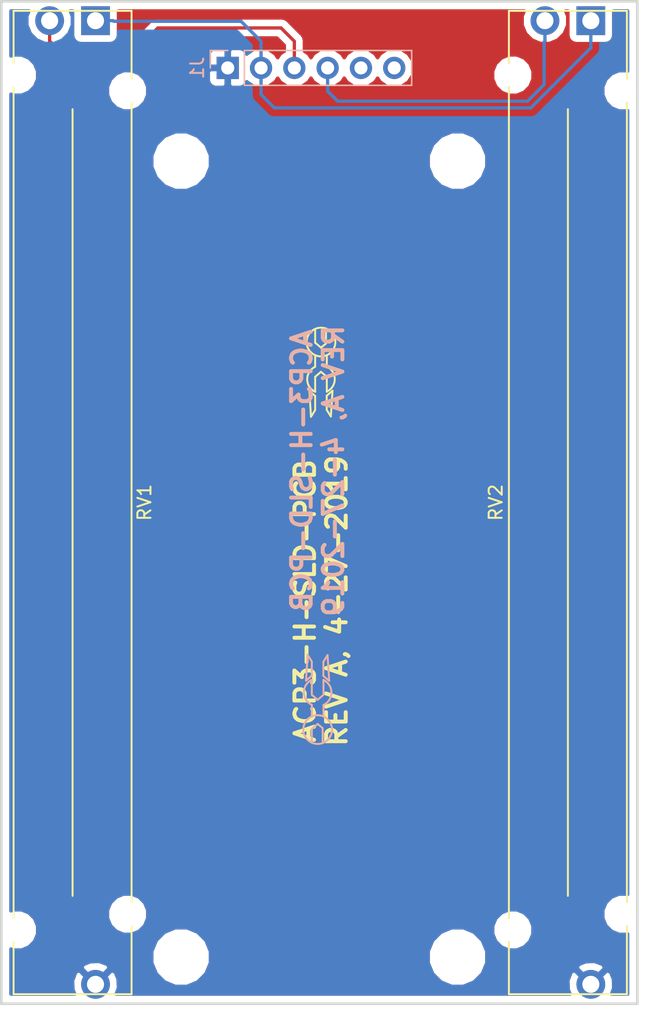
<source format=kicad_pcb>
(kicad_pcb (version 20171130) (host pcbnew "(5.0.0)")

  (general
    (thickness 1.6)
    (drawings 7)
    (tracks 24)
    (zones 0)
    (modules 9)
    (nets 7)
  )

  (page A4)
  (layers
    (0 F.Cu signal)
    (31 B.Cu signal)
    (32 B.Adhes user)
    (33 F.Adhes user)
    (34 B.Paste user)
    (35 F.Paste user)
    (36 B.SilkS user)
    (37 F.SilkS user)
    (38 B.Mask user)
    (39 F.Mask user)
    (40 Dwgs.User user)
    (41 Cmts.User user)
    (42 Eco1.User user)
    (43 Eco2.User user)
    (44 Edge.Cuts user)
    (45 Margin user)
    (46 B.CrtYd user)
    (47 F.CrtYd user)
    (48 B.Fab user)
    (49 F.Fab user)
  )

  (setup
    (last_trace_width 0.25)
    (trace_clearance 0.2)
    (zone_clearance 0.508)
    (zone_45_only no)
    (trace_min 0.2)
    (segment_width 0.2)
    (edge_width 0.1)
    (via_size 0.8)
    (via_drill 0.4)
    (via_min_size 0.4)
    (via_min_drill 0.3)
    (uvia_size 0.3)
    (uvia_drill 0.1)
    (uvias_allowed no)
    (uvia_min_size 0.2)
    (uvia_min_drill 0.1)
    (pcb_text_width 0.3)
    (pcb_text_size 1.5 1.5)
    (mod_edge_width 0.15)
    (mod_text_size 1 1)
    (mod_text_width 0.15)
    (pad_size 1.5 1.5)
    (pad_drill 0.6)
    (pad_to_mask_clearance 0.0508)
    (aux_axis_origin 0 0)
    (visible_elements FFFFFF7F)
    (pcbplotparams
      (layerselection 0x010fc_ffffffff)
      (usegerberextensions false)
      (usegerberattributes false)
      (usegerberadvancedattributes false)
      (creategerberjobfile false)
      (excludeedgelayer true)
      (linewidth 0.254000)
      (plotframeref false)
      (viasonmask false)
      (mode 1)
      (useauxorigin false)
      (hpglpennumber 1)
      (hpglpenspeed 20)
      (hpglpendiameter 15.000000)
      (psnegative false)
      (psa4output false)
      (plotreference true)
      (plotvalue true)
      (plotinvisibletext false)
      (padsonsilk false)
      (subtractmaskfromsilk false)
      (outputformat 1)
      (mirror false)
      (drillshape 1)
      (scaleselection 1)
      (outputdirectory ""))
  )

  (net 0 "")
  (net 1 GND)
  (net 2 VCC)
  (net 3 14)
  (net 4 15)
  (net 5 "Net-(J1-Pad5)")
  (net 6 "Net-(J1-Pad6)")

  (net_class Default "This is the default net class."
    (clearance 0.2)
    (trace_width 0.25)
    (via_dia 0.8)
    (via_drill 0.4)
    (uvia_dia 0.3)
    (uvia_drill 0.1)
    (add_net 14)
    (add_net 15)
    (add_net GND)
    (add_net "Net-(J1-Pad5)")
    (add_net "Net-(J1-Pad6)")
    (add_net VCC)
  )

  (module AOR_custom:AOR_LOGO (layer B.Cu) (tedit 5C26ADAA) (tstamp 5CC52060)
    (at 147.574 102.87 270)
    (fp_text reference G*** (at 0 0 270) (layer B.SilkS) hide
      (effects (font (size 1.524 1.524) (thickness 0.3)) (justify mirror))
    )
    (fp_text value AOR_LOGO (at 0.75 0 270) (layer B.SilkS) hide
      (effects (font (size 1.524 1.524) (thickness 0.3)) (justify mirror))
    )
    (fp_circle (center 2.205821 0) (end 3.285321 -0.1905) (layer B.SilkS) (width 0.15))
    (fp_arc (start -0.622642 0) (end -1.575141 -0.444499) (angle 128.4180553) (layer B.SilkS) (width 0.15))
    (fp_arc (start -0.635 0) (end -1.587499 0.444499) (angle -128.4180553) (layer B.SilkS) (width 0.15))
    (fp_line (start -1.5875 0.4445) (end -0.4445 0.4445) (layer B.SilkS) (width 0.15))
    (fp_line (start -0.4445 0.4445) (end -0.0635 0) (layer B.SilkS) (width 0.15))
    (fp_line (start -0.0635 0) (end -0.4445 -0.4445) (layer B.SilkS) (width 0.15))
    (fp_line (start -0.4445 -0.4445) (end -1.5875 -0.4445) (layer B.SilkS) (width 0.15))
    (fp_line (start 0.3175 0.4445) (end 1.2065 0.4445) (layer B.SilkS) (width 0.15))
    (fp_line (start 0.3175 -0.4445) (end 1.2065 -0.4445) (layer B.SilkS) (width 0.15))
    (fp_line (start 1.778 0) (end 2.159 0.4445) (layer B.SilkS) (width 0.15))
    (fp_line (start 2.159 0.4445) (end 3.175 0.4445) (layer B.SilkS) (width 0.15))
    (fp_line (start 1.778 0) (end 2.0955 -0.381) (layer B.SilkS) (width 0.15))
    (fp_line (start 2.0955 -0.381) (end 3.2385 -0.381) (layer B.SilkS) (width 0.15))
    (fp_line (start -1.905 0.4445) (end -2.9845 0.4445) (layer B.SilkS) (width 0.15))
    (fp_line (start -2.9845 0.4445) (end -3.4925 0.762) (layer B.SilkS) (width 0.15))
    (fp_line (start -3.4925 0.762) (end -1.524 0.889) (layer B.SilkS) (width 0.15))
    (fp_line (start -1.524 0.889) (end -1.905 0.4445) (layer B.SilkS) (width 0.15))
    (fp_line (start -1.505128 -0.88103) (end -1.886128 -0.43653) (layer B.SilkS) (width 0.15))
    (fp_line (start -1.886128 -0.43653) (end -2.965628 -0.43653) (layer B.SilkS) (width 0.15))
    (fp_line (start -3.473628 -0.75403) (end -1.505128 -0.88103) (layer B.SilkS) (width 0.15))
    (fp_line (start -2.965628 -0.43653) (end -3.473628 -0.75403) (layer B.SilkS) (width 0.15))
  )

  (module MountingHole:MountingHole_3.2mm_M3 (layer F.Cu) (tedit 5CC50387) (tstamp 5CC514A9)
    (at 158.242 122.428)
    (descr "Mounting Hole 3.2mm, no annular, M3")
    (tags "mounting hole 3.2mm no annular m3")
    (attr virtual)
    (fp_text reference "" (at 0 -4.2) (layer F.SilkS)
      (effects (font (size 1 1) (thickness 0.15)))
    )
    (fp_text value MountingHole_3.2mm_M3 (at 0 4.2) (layer F.Fab)
      (effects (font (size 1 1) (thickness 0.15)))
    )
    (fp_circle (center 0 0) (end 3.45 0) (layer F.CrtYd) (width 0.05))
    (fp_circle (center 0 0) (end 3.2 0) (layer Cmts.User) (width 0.15))
    (fp_text user %R (at 0.3 0) (layer F.Fab)
      (effects (font (size 1 1) (thickness 0.15)))
    )
    (pad 1 np_thru_hole circle (at 0 0) (size 3.2 3.2) (drill 3.2) (layers *.Cu *.Mask))
  )

  (module MountingHole:MountingHole_3.2mm_M3 (layer F.Cu) (tedit 5CC50387) (tstamp 5CC514A2)
    (at 137.16 122.428)
    (descr "Mounting Hole 3.2mm, no annular, M3")
    (tags "mounting hole 3.2mm no annular m3")
    (attr virtual)
    (fp_text reference "" (at 0 -4.2) (layer F.SilkS)
      (effects (font (size 1 1) (thickness 0.15)))
    )
    (fp_text value MountingHole_3.2mm_M3 (at 0 4.2) (layer F.Fab)
      (effects (font (size 1 1) (thickness 0.15)))
    )
    (fp_text user %R (at 0.3 0) (layer F.Fab)
      (effects (font (size 1 1) (thickness 0.15)))
    )
    (fp_circle (center 0 0) (end 3.2 0) (layer Cmts.User) (width 0.15))
    (fp_circle (center 0 0) (end 3.45 0) (layer F.CrtYd) (width 0.05))
    (pad 1 np_thru_hole circle (at 0 0) (size 3.2 3.2) (drill 3.2) (layers *.Cu *.Mask))
  )

  (module MountingHole:MountingHole_3.2mm_M3 (layer F.Cu) (tedit 5CC50387) (tstamp 5CC51493)
    (at 158.242 61.722)
    (descr "Mounting Hole 3.2mm, no annular, M3")
    (tags "mounting hole 3.2mm no annular m3")
    (attr virtual)
    (fp_text reference "" (at 0 -4.2) (layer F.SilkS)
      (effects (font (size 1 1) (thickness 0.15)))
    )
    (fp_text value MountingHole_3.2mm_M3 (at 0 4.2) (layer F.Fab)
      (effects (font (size 1 1) (thickness 0.15)))
    )
    (fp_text user %R (at 0.3 0) (layer F.Fab)
      (effects (font (size 1 1) (thickness 0.15)))
    )
    (fp_circle (center 0 0) (end 3.2 0) (layer Cmts.User) (width 0.15))
    (fp_circle (center 0 0) (end 3.45 0) (layer F.CrtYd) (width 0.05))
    (pad 1 np_thru_hole circle (at 0 0) (size 3.2 3.2) (drill 3.2) (layers *.Cu *.Mask))
  )

  (module Connector_PinHeader_2.54mm:PinHeader_1x06_P2.54mm_Vertical (layer B.Cu) (tedit 59FED5CC) (tstamp 5CC52197)
    (at 140.716 54.61 270)
    (descr "Through hole straight pin header, 1x06, 2.54mm pitch, single row")
    (tags "Through hole pin header THT 1x06 2.54mm single row")
    (path /5CBC140D)
    (fp_text reference J1 (at 0 2.33 270) (layer B.SilkS)
      (effects (font (size 1 1) (thickness 0.15)) (justify mirror))
    )
    (fp_text value Conn_01x06 (at 0 -15.03 270) (layer B.Fab)
      (effects (font (size 1 1) (thickness 0.15)) (justify mirror))
    )
    (fp_line (start -0.635 1.27) (end 1.27 1.27) (layer B.Fab) (width 0.1))
    (fp_line (start 1.27 1.27) (end 1.27 -13.97) (layer B.Fab) (width 0.1))
    (fp_line (start 1.27 -13.97) (end -1.27 -13.97) (layer B.Fab) (width 0.1))
    (fp_line (start -1.27 -13.97) (end -1.27 0.635) (layer B.Fab) (width 0.1))
    (fp_line (start -1.27 0.635) (end -0.635 1.27) (layer B.Fab) (width 0.1))
    (fp_line (start -1.33 -14.03) (end 1.33 -14.03) (layer B.SilkS) (width 0.12))
    (fp_line (start -1.33 -1.27) (end -1.33 -14.03) (layer B.SilkS) (width 0.12))
    (fp_line (start 1.33 -1.27) (end 1.33 -14.03) (layer B.SilkS) (width 0.12))
    (fp_line (start -1.33 -1.27) (end 1.33 -1.27) (layer B.SilkS) (width 0.12))
    (fp_line (start -1.33 0) (end -1.33 1.33) (layer B.SilkS) (width 0.12))
    (fp_line (start -1.33 1.33) (end 0 1.33) (layer B.SilkS) (width 0.12))
    (fp_line (start -1.8 1.8) (end -1.8 -14.5) (layer B.CrtYd) (width 0.05))
    (fp_line (start -1.8 -14.5) (end 1.8 -14.5) (layer B.CrtYd) (width 0.05))
    (fp_line (start 1.8 -14.5) (end 1.8 1.8) (layer B.CrtYd) (width 0.05))
    (fp_line (start 1.8 1.8) (end -1.8 1.8) (layer B.CrtYd) (width 0.05))
    (fp_text user %R (at 0 -6.35 180) (layer B.Fab)
      (effects (font (size 1 1) (thickness 0.15)) (justify mirror))
    )
    (pad 1 thru_hole rect (at 0 0 270) (size 1.7 1.7) (drill 1) (layers *.Cu *.Mask)
      (net 1 GND))
    (pad 2 thru_hole oval (at 0 -2.54 270) (size 1.7 1.7) (drill 1) (layers *.Cu *.Mask)
      (net 2 VCC))
    (pad 3 thru_hole oval (at 0 -5.08 270) (size 1.7 1.7) (drill 1) (layers *.Cu *.Mask)
      (net 3 14))
    (pad 4 thru_hole oval (at 0 -7.62 270) (size 1.7 1.7) (drill 1) (layers *.Cu *.Mask)
      (net 4 15))
    (pad 5 thru_hole oval (at 0 -10.16 270) (size 1.7 1.7) (drill 1) (layers *.Cu *.Mask)
      (net 5 "Net-(J1-Pad5)"))
    (pad 6 thru_hole oval (at 0 -12.7 270) (size 1.7 1.7) (drill 1) (layers *.Cu *.Mask)
      (net 6 "Net-(J1-Pad6)"))
    (model ${KISYS3DMOD}/Connector_PinHeader_2.54mm.3dshapes/PinHeader_1x06_P2.54mm_Vertical.wrl
      (at (xyz 0 0 0))
      (scale (xyz 1 1 1))
      (rotate (xyz 0 0 0))
    )
  )

  (module AOR_custom:PTA6043-2010CIB103 (layer F.Cu) (tedit 5C254BEA) (tstamp 5CC50C2F)
    (at 128.8796 87.757 270)
    (path /5CC506A9)
    (fp_text reference RV1 (at 0 -5.4864 270) (layer F.SilkS)
      (effects (font (size 1 1) (thickness 0.15)))
    )
    (fp_text value R_POT (at 0 -5.5 270) (layer F.Fab)
      (effects (font (size 1 1) (thickness 0.15)))
    )
    (fp_line (start -37.5 4.5) (end -37.5 -4.5) (layer F.SilkS) (width 0.15))
    (fp_line (start -37.5 -4.5) (end 37.5 -4.5) (layer F.SilkS) (width 0.15))
    (fp_line (start 37.5 -4.5) (end 37.5 4.5) (layer F.SilkS) (width 0.15))
    (fp_line (start 37.5 4.5) (end -37.5 4.5) (layer F.SilkS) (width 0.15))
    (fp_line (start -30 0) (end 30 0) (layer F.SilkS) (width 0.15))
    (pad "" np_thru_hole circle (at -31.4 -4.2 270) (size 1.8 1.8) (drill 1.8) (layers *.Cu *.Mask))
    (pad "" np_thru_hole circle (at 31.4 -4.2 270) (size 1.8 1.8) (drill 1.8) (layers *.Cu *.Mask))
    (pad "" np_thru_hole circle (at 32.6 4.2 270) (size 1.8 1.8) (drill 1.8) (layers *.Cu *.Mask))
    (pad "" np_thru_hole circle (at -32.6 4.2 270) (size 1.8 1.8) (drill 1.8) (layers *.Cu *.Mask))
    (pad 1 thru_hole rect (at -36.75 -1.75 270) (size 2.2 2.2) (drill 1.3) (layers *.Cu *.Mask)
      (net 2 VCC))
    (pad 2 thru_hole circle (at -36.75 1.75 270) (size 2.2 2.2) (drill 1.3) (layers *.Cu *.Mask)
      (net 3 14))
    (pad 3 thru_hole circle (at 36.75 -1.75 270) (size 2.2 2.2) (drill 1.3) (layers *.Cu *.Mask)
      (net 1 GND))
  )

  (module AOR_custom:PTA6043-2010CIB103 (layer F.Cu) (tedit 5C254BEA) (tstamp 5CC50B04)
    (at 166.6621 87.757 270)
    (path /5CC50754)
    (fp_text reference RV2 (at 0 5.5 270) (layer F.SilkS)
      (effects (font (size 1 1) (thickness 0.15)))
    )
    (fp_text value R_POT (at 0 -5.5 270) (layer F.Fab)
      (effects (font (size 1 1) (thickness 0.15)))
    )
    (fp_line (start -30 0) (end 30 0) (layer F.SilkS) (width 0.15))
    (fp_line (start 37.5 4.5) (end -37.5 4.5) (layer F.SilkS) (width 0.15))
    (fp_line (start 37.5 -4.5) (end 37.5 4.5) (layer F.SilkS) (width 0.15))
    (fp_line (start -37.5 -4.5) (end 37.5 -4.5) (layer F.SilkS) (width 0.15))
    (fp_line (start -37.5 4.5) (end -37.5 -4.5) (layer F.SilkS) (width 0.15))
    (pad 3 thru_hole circle (at 36.75 -1.75 270) (size 2.2 2.2) (drill 1.3) (layers *.Cu *.Mask)
      (net 1 GND))
    (pad 2 thru_hole circle (at -36.75 1.75 270) (size 2.2 2.2) (drill 1.3) (layers *.Cu *.Mask)
      (net 4 15))
    (pad 1 thru_hole rect (at -36.75 -1.75 270) (size 2.2 2.2) (drill 1.3) (layers *.Cu *.Mask)
      (net 2 VCC))
    (pad "" np_thru_hole circle (at -32.6 4.2 270) (size 1.8 1.8) (drill 1.8) (layers *.Cu *.Mask))
    (pad "" np_thru_hole circle (at 32.6 4.2 270) (size 1.8 1.8) (drill 1.8) (layers *.Cu *.Mask))
    (pad "" np_thru_hole circle (at 31.4 -4.2 270) (size 1.8 1.8) (drill 1.8) (layers *.Cu *.Mask))
    (pad "" np_thru_hole circle (at -31.4 -4.2 270) (size 1.8 1.8) (drill 1.8) (layers *.Cu *.Mask))
  )

  (module MountingHole:MountingHole_3.2mm_M3 (layer F.Cu) (tedit 5CC50387) (tstamp 5CC51488)
    (at 137.16 61.722)
    (descr "Mounting Hole 3.2mm, no annular, M3")
    (tags "mounting hole 3.2mm no annular m3")
    (attr virtual)
    (fp_text reference "" (at 0 -4.2) (layer F.SilkS)
      (effects (font (size 1 1) (thickness 0.15)))
    )
    (fp_text value MountingHole_3.2mm_M3 (at 0 4.2) (layer F.Fab)
      (effects (font (size 1 1) (thickness 0.15)))
    )
    (fp_circle (center 0 0) (end 3.45 0) (layer F.CrtYd) (width 0.05))
    (fp_circle (center 0 0) (end 3.2 0) (layer Cmts.User) (width 0.15))
    (fp_text user %R (at 0.3 0) (layer F.Fab)
      (effects (font (size 1 1) (thickness 0.15)))
    )
    (pad 1 np_thru_hole circle (at 0 0) (size 3.2 3.2) (drill 3.2) (layers *.Cu *.Mask))
  )

  (module AOR_custom:AOR_LOGO (layer F.Cu) (tedit 5C26ADAA) (tstamp 5CC5205E)
    (at 147.828 77.724 90)
    (fp_text reference G*** (at 0 0 90) (layer F.SilkS) hide
      (effects (font (size 1.524 1.524) (thickness 0.3)))
    )
    (fp_text value AOR_LOGO (at 0.75 0 90) (layer F.SilkS) hide
      (effects (font (size 1.524 1.524) (thickness 0.3)))
    )
    (fp_line (start -2.965628 0.43653) (end -3.473628 0.75403) (layer F.SilkS) (width 0.15))
    (fp_line (start -3.473628 0.75403) (end -1.505128 0.88103) (layer F.SilkS) (width 0.15))
    (fp_line (start -1.886128 0.43653) (end -2.965628 0.43653) (layer F.SilkS) (width 0.15))
    (fp_line (start -1.505128 0.88103) (end -1.886128 0.43653) (layer F.SilkS) (width 0.15))
    (fp_line (start -1.524 -0.889) (end -1.905 -0.4445) (layer F.SilkS) (width 0.15))
    (fp_line (start -3.4925 -0.762) (end -1.524 -0.889) (layer F.SilkS) (width 0.15))
    (fp_line (start -2.9845 -0.4445) (end -3.4925 -0.762) (layer F.SilkS) (width 0.15))
    (fp_line (start -1.905 -0.4445) (end -2.9845 -0.4445) (layer F.SilkS) (width 0.15))
    (fp_line (start 2.0955 0.381) (end 3.2385 0.381) (layer F.SilkS) (width 0.15))
    (fp_line (start 1.778 0) (end 2.0955 0.381) (layer F.SilkS) (width 0.15))
    (fp_line (start 2.159 -0.4445) (end 3.175 -0.4445) (layer F.SilkS) (width 0.15))
    (fp_line (start 1.778 0) (end 2.159 -0.4445) (layer F.SilkS) (width 0.15))
    (fp_line (start 0.3175 0.4445) (end 1.2065 0.4445) (layer F.SilkS) (width 0.15))
    (fp_line (start 0.3175 -0.4445) (end 1.2065 -0.4445) (layer F.SilkS) (width 0.15))
    (fp_line (start -0.4445 0.4445) (end -1.5875 0.4445) (layer F.SilkS) (width 0.15))
    (fp_line (start -0.0635 0) (end -0.4445 0.4445) (layer F.SilkS) (width 0.15))
    (fp_line (start -0.4445 -0.4445) (end -0.0635 0) (layer F.SilkS) (width 0.15))
    (fp_line (start -1.5875 -0.4445) (end -0.4445 -0.4445) (layer F.SilkS) (width 0.15))
    (fp_arc (start -0.635 0) (end -1.587499 -0.444499) (angle 128.4180553) (layer F.SilkS) (width 0.15))
    (fp_arc (start -0.622642 0) (end -1.575141 0.444499) (angle -128.4180553) (layer F.SilkS) (width 0.15))
    (fp_circle (center 2.205821 0) (end 3.285321 0.1905) (layer F.SilkS) (width 0.15))
  )

  (gr_line (start 171.958 49.53) (end 123.444 49.53) (layer Edge.Cuts) (width 0.2))
  (gr_text "ACP3-H-SLD-PCB\nREV A, 4-27-2019" (at 147.574 85.344 90) (layer B.SilkS) (tstamp 5CC52078)
    (effects (font (size 1.5 1.5) (thickness 0.3)) (justify mirror))
  )
  (gr_text "ACP3-H-SLD-PCB\nREV A, 4-27-2019" (at 147.828 95.25 90) (layer F.SilkS)
    (effects (font (size 1.5 1.5) (thickness 0.3)))
  )
  (gr_line (start 171.958 125.984) (end 171.958 49.53) (layer Edge.Cuts) (width 0.2))
  (gr_line (start 123.444 125.984) (end 171.958 125.984) (layer Edge.Cuts) (width 0.2))
  (gr_line (start 123.444 125.73) (end 123.444 125.984) (layer Edge.Cuts) (width 0.2))
  (gr_line (start 123.444 49.53) (end 123.444 125.73) (layer Edge.Cuts) (width 0.2))

  (segment (start 168.4121 53.0759) (end 163.83 57.658) (width 0.25) (layer B.Cu) (net 2))
  (segment (start 168.4121 51.007) (end 168.4121 53.0759) (width 0.25) (layer B.Cu) (net 2))
  (segment (start 132.0266 51.054) (end 141.732 51.054) (width 0.25) (layer B.Cu) (net 2))
  (segment (start 141.732 51.054) (end 143.256 52.578) (width 0.25) (layer B.Cu) (net 2))
  (segment (start 130.6296 51.007) (end 131.9796 51.007) (width 0.25) (layer B.Cu) (net 2))
  (segment (start 131.9796 51.007) (end 132.0266 51.054) (width 0.25) (layer B.Cu) (net 2))
  (segment (start 143.256 52.578) (end 143.256 54.61) (width 0.25) (layer B.Cu) (net 2))
  (segment (start 143.256 56.642) (end 143.256 54.61) (width 0.25) (layer B.Cu) (net 2))
  (segment (start 163.83 57.658) (end 144.272 57.658) (width 0.25) (layer B.Cu) (net 2))
  (segment (start 144.272 57.658) (end 143.256 56.642) (width 0.25) (layer B.Cu) (net 2))
  (segment (start 145.796 52.578) (end 145.796 54.61) (width 0.25) (layer F.Cu) (net 3))
  (segment (start 135.382 51.562) (end 144.78 51.562) (width 0.25) (layer F.Cu) (net 3))
  (segment (start 127.1296 51.007) (end 127.1296 52.562634) (width 0.25) (layer F.Cu) (net 3))
  (segment (start 132.842 54.102) (end 135.382 51.562) (width 0.25) (layer F.Cu) (net 3))
  (segment (start 144.78 51.562) (end 145.796 52.578) (width 0.25) (layer F.Cu) (net 3))
  (segment (start 127.1296 52.562634) (end 128.668966 54.102) (width 0.25) (layer F.Cu) (net 3))
  (segment (start 128.668966 54.102) (end 132.842 54.102) (width 0.25) (layer F.Cu) (net 3))
  (segment (start 164.9121 51.007) (end 164.9121 52.562634) (width 0.25) (layer B.Cu) (net 4))
  (segment (start 164.9121 52.562634) (end 164.846 52.628734) (width 0.25) (layer B.Cu) (net 4))
  (segment (start 164.846 52.628734) (end 164.846 55.88) (width 0.25) (layer B.Cu) (net 4))
  (segment (start 164.846 55.88) (end 163.576 57.15) (width 0.25) (layer B.Cu) (net 4))
  (segment (start 148.336 56.388) (end 148.336 54.61) (width 0.25) (layer B.Cu) (net 4))
  (segment (start 163.576 57.15) (end 149.098 57.15) (width 0.25) (layer B.Cu) (net 4))
  (segment (start 149.098 57.15) (end 148.336 56.388) (width 0.25) (layer B.Cu) (net 4))

  (zone (net 1) (net_name GND) (layer F.Cu) (tstamp 5CC522A0) (hatch edge 0.508)
    (connect_pads (clearance 0.508))
    (min_thickness 0.254)
    (fill yes (arc_segments 16) (thermal_gap 0.508) (thermal_bridge_width 0.508))
    (polygon
      (pts
        (xy 123.444 49.53) (xy 171.958 49.784) (xy 171.958 125.984) (xy 123.444 125.984)
      )
    )
    (filled_polygon
      (pts
        (xy 125.3946 50.661887) (xy 125.3946 51.352113) (xy 125.658738 51.989799) (xy 126.146801 52.477862) (xy 126.355004 52.564102)
        (xy 126.369601 52.637486) (xy 126.413697 52.859171) (xy 126.581672 53.110563) (xy 126.645128 53.152963) (xy 128.078637 54.586473)
        (xy 128.121037 54.649929) (xy 128.372429 54.817904) (xy 128.594114 54.862) (xy 128.594118 54.862) (xy 128.668965 54.876888)
        (xy 128.743812 54.862) (xy 132.677702 54.862) (xy 132.210093 55.05569) (xy 131.77829 55.487493) (xy 131.5446 56.05167)
        (xy 131.5446 56.66233) (xy 131.77829 57.226507) (xy 132.210093 57.65831) (xy 132.77427 57.892) (xy 133.38493 57.892)
        (xy 133.949107 57.65831) (xy 134.38091 57.226507) (xy 134.6146 56.66233) (xy 134.6146 56.05167) (xy 134.38091 55.487493)
        (xy 133.949107 55.05569) (xy 133.562979 54.89575) (xy 139.231 54.89575) (xy 139.231 55.586309) (xy 139.327673 55.819698)
        (xy 139.506301 55.998327) (xy 139.73969 56.095) (xy 140.43025 56.095) (xy 140.589 55.93625) (xy 140.589 54.737)
        (xy 139.38975 54.737) (xy 139.231 54.89575) (xy 133.562979 54.89575) (xy 133.38493 54.822) (xy 133.117945 54.822)
        (xy 133.138537 54.817904) (xy 133.389929 54.649929) (xy 133.432331 54.58647) (xy 134.38511 53.633691) (xy 139.231 53.633691)
        (xy 139.231 54.32425) (xy 139.38975 54.483) (xy 140.589 54.483) (xy 140.589 53.28375) (xy 140.43025 53.125)
        (xy 139.73969 53.125) (xy 139.506301 53.221673) (xy 139.327673 53.400302) (xy 139.231 53.633691) (xy 134.38511 53.633691)
        (xy 135.696803 52.322) (xy 144.465199 52.322) (xy 145.036 52.892802) (xy 145.036 53.331822) (xy 144.725375 53.539375)
        (xy 144.526 53.837761) (xy 144.326625 53.539375) (xy 143.835418 53.211161) (xy 143.402256 53.125) (xy 143.109744 53.125)
        (xy 142.676582 53.211161) (xy 142.185375 53.539375) (xy 142.170904 53.561033) (xy 142.104327 53.400302) (xy 141.925699 53.221673)
        (xy 141.69231 53.125) (xy 141.00175 53.125) (xy 140.843 53.28375) (xy 140.843 54.483) (xy 140.863 54.483)
        (xy 140.863 54.737) (xy 140.843 54.737) (xy 140.843 55.93625) (xy 141.00175 56.095) (xy 141.69231 56.095)
        (xy 141.925699 55.998327) (xy 142.104327 55.819698) (xy 142.170904 55.658967) (xy 142.185375 55.680625) (xy 142.676582 56.008839)
        (xy 143.109744 56.095) (xy 143.402256 56.095) (xy 143.835418 56.008839) (xy 144.326625 55.680625) (xy 144.526 55.382239)
        (xy 144.725375 55.680625) (xy 145.216582 56.008839) (xy 145.649744 56.095) (xy 145.942256 56.095) (xy 146.375418 56.008839)
        (xy 146.866625 55.680625) (xy 147.066 55.382239) (xy 147.265375 55.680625) (xy 147.756582 56.008839) (xy 148.189744 56.095)
        (xy 148.482256 56.095) (xy 148.915418 56.008839) (xy 149.406625 55.680625) (xy 149.606 55.382239) (xy 149.805375 55.680625)
        (xy 150.296582 56.008839) (xy 150.729744 56.095) (xy 151.022256 56.095) (xy 151.455418 56.008839) (xy 151.946625 55.680625)
        (xy 152.146 55.382239) (xy 152.345375 55.680625) (xy 152.836582 56.008839) (xy 153.269744 56.095) (xy 153.562256 56.095)
        (xy 153.995418 56.008839) (xy 154.486625 55.680625) (xy 154.814839 55.189418) (xy 154.882021 54.85167) (xy 160.9271 54.85167)
        (xy 160.9271 55.46233) (xy 161.16079 56.026507) (xy 161.592593 56.45831) (xy 162.15677 56.692) (xy 162.76743 56.692)
        (xy 163.331607 56.45831) (xy 163.76341 56.026507) (xy 163.9971 55.46233) (xy 163.9971 54.85167) (xy 163.76341 54.287493)
        (xy 163.331607 53.85569) (xy 162.76743 53.622) (xy 162.15677 53.622) (xy 161.592593 53.85569) (xy 161.16079 54.287493)
        (xy 160.9271 54.85167) (xy 154.882021 54.85167) (xy 154.930092 54.61) (xy 154.814839 54.030582) (xy 154.486625 53.539375)
        (xy 153.995418 53.211161) (xy 153.562256 53.125) (xy 153.269744 53.125) (xy 152.836582 53.211161) (xy 152.345375 53.539375)
        (xy 152.146 53.837761) (xy 151.946625 53.539375) (xy 151.455418 53.211161) (xy 151.022256 53.125) (xy 150.729744 53.125)
        (xy 150.296582 53.211161) (xy 149.805375 53.539375) (xy 149.606 53.837761) (xy 149.406625 53.539375) (xy 148.915418 53.211161)
        (xy 148.482256 53.125) (xy 148.189744 53.125) (xy 147.756582 53.211161) (xy 147.265375 53.539375) (xy 147.066 53.837761)
        (xy 146.866625 53.539375) (xy 146.556 53.331822) (xy 146.556 52.652847) (xy 146.570888 52.578) (xy 146.556 52.503153)
        (xy 146.556 52.503148) (xy 146.511904 52.281463) (xy 146.343929 52.030071) (xy 146.280473 51.987671) (xy 145.370331 51.07753)
        (xy 145.327929 51.014071) (xy 145.076537 50.846096) (xy 144.854852 50.802) (xy 144.854847 50.802) (xy 144.78 50.787112)
        (xy 144.705153 50.802) (xy 135.456846 50.802) (xy 135.381999 50.787112) (xy 135.307152 50.802) (xy 135.307148 50.802)
        (xy 135.085463 50.846096) (xy 135.085461 50.846097) (xy 135.085462 50.846097) (xy 134.897526 50.971671) (xy 134.897524 50.971673)
        (xy 134.834071 51.014071) (xy 134.791673 51.077524) (xy 132.527199 53.342) (xy 128.983768 53.342) (xy 128.116014 52.474247)
        (xy 128.600462 51.989799) (xy 128.8646 51.352113) (xy 128.8646 50.661887) (xy 128.700204 50.265) (xy 128.88216 50.265)
        (xy 128.88216 52.107) (xy 128.931443 52.354765) (xy 129.071791 52.564809) (xy 129.281835 52.705157) (xy 129.5296 52.75444)
        (xy 131.7296 52.75444) (xy 131.977365 52.705157) (xy 132.187409 52.564809) (xy 132.327757 52.354765) (xy 132.37704 52.107)
        (xy 132.37704 50.265) (xy 163.341496 50.265) (xy 163.1771 50.661887) (xy 163.1771 51.352113) (xy 163.441238 51.989799)
        (xy 163.929301 52.477862) (xy 164.566987 52.742) (xy 165.257213 52.742) (xy 165.894899 52.477862) (xy 166.382962 51.989799)
        (xy 166.6471 51.352113) (xy 166.6471 50.661887) (xy 166.482704 50.265) (xy 166.66466 50.265) (xy 166.66466 52.107)
        (xy 166.713943 52.354765) (xy 166.854291 52.564809) (xy 167.064335 52.705157) (xy 167.3121 52.75444) (xy 169.5121 52.75444)
        (xy 169.759865 52.705157) (xy 169.969909 52.564809) (xy 170.110257 52.354765) (xy 170.15954 52.107) (xy 170.15954 50.265)
        (xy 171.223001 50.265) (xy 171.223001 54.845018) (xy 171.16743 54.822) (xy 170.55677 54.822) (xy 169.992593 55.05569)
        (xy 169.56079 55.487493) (xy 169.3271 56.05167) (xy 169.3271 56.66233) (xy 169.56079 57.226507) (xy 169.992593 57.65831)
        (xy 170.55677 57.892) (xy 171.16743 57.892) (xy 171.223001 57.868982) (xy 171.223 117.645018) (xy 171.16743 117.622)
        (xy 170.55677 117.622) (xy 169.992593 117.85569) (xy 169.56079 118.287493) (xy 169.3271 118.85167) (xy 169.3271 119.46233)
        (xy 169.56079 120.026507) (xy 169.992593 120.45831) (xy 170.55677 120.692) (xy 171.16743 120.692) (xy 171.223 120.668982)
        (xy 171.223 125.249) (xy 169.986629 125.249) (xy 170.157423 124.795407) (xy 170.134936 124.105547) (xy 169.914199 123.572641)
        (xy 169.636968 123.461737) (xy 168.591705 124.507) (xy 168.605848 124.521143) (xy 168.426243 124.700748) (xy 168.4121 124.686605)
        (xy 168.397958 124.700748) (xy 168.218353 124.521143) (xy 168.232495 124.507) (xy 167.187232 123.461737) (xy 166.910001 123.572641)
        (xy 166.666777 124.218593) (xy 166.689264 124.908453) (xy 166.830323 125.249) (xy 132.204129 125.249) (xy 132.374923 124.795407)
        (xy 132.352436 124.105547) (xy 132.131699 123.572641) (xy 131.854468 123.461737) (xy 130.809205 124.507) (xy 130.823348 124.521143)
        (xy 130.643743 124.700748) (xy 130.6296 124.686605) (xy 130.615458 124.700748) (xy 130.435853 124.521143) (xy 130.449995 124.507)
        (xy 129.404732 123.461737) (xy 129.127501 123.572641) (xy 128.884277 124.218593) (xy 128.906764 124.908453) (xy 129.047823 125.249)
        (xy 124.179 125.249) (xy 124.179 123.282132) (xy 129.584337 123.282132) (xy 130.6296 124.327395) (xy 131.674863 123.282132)
        (xy 131.563959 123.004901) (xy 130.918007 122.761677) (xy 130.228147 122.784164) (xy 129.695241 123.004901) (xy 129.584337 123.282132)
        (xy 124.179 123.282132) (xy 124.179 121.983431) (xy 134.925 121.983431) (xy 134.925 122.872569) (xy 135.265259 123.694026)
        (xy 135.893974 124.322741) (xy 136.715431 124.663) (xy 137.604569 124.663) (xy 138.426026 124.322741) (xy 139.054741 123.694026)
        (xy 139.395 122.872569) (xy 139.395 121.983431) (xy 156.007 121.983431) (xy 156.007 122.872569) (xy 156.347259 123.694026)
        (xy 156.975974 124.322741) (xy 157.797431 124.663) (xy 158.686569 124.663) (xy 159.508026 124.322741) (xy 160.136741 123.694026)
        (xy 160.307353 123.282132) (xy 167.366837 123.282132) (xy 168.4121 124.327395) (xy 169.457363 123.282132) (xy 169.346459 123.004901)
        (xy 168.700507 122.761677) (xy 168.010647 122.784164) (xy 167.477741 123.004901) (xy 167.366837 123.282132) (xy 160.307353 123.282132)
        (xy 160.477 122.872569) (xy 160.477 121.983431) (xy 160.136741 121.161974) (xy 159.508026 120.533259) (xy 158.686569 120.193)
        (xy 157.797431 120.193) (xy 156.975974 120.533259) (xy 156.347259 121.161974) (xy 156.007 121.983431) (xy 139.395 121.983431)
        (xy 139.054741 121.161974) (xy 138.426026 120.533259) (xy 137.604569 120.193) (xy 136.715431 120.193) (xy 135.893974 120.533259)
        (xy 135.265259 121.161974) (xy 134.925 121.983431) (xy 124.179 121.983431) (xy 124.179 121.811116) (xy 124.37427 121.892)
        (xy 124.98493 121.892) (xy 125.549107 121.65831) (xy 125.98091 121.226507) (xy 126.2146 120.66233) (xy 126.2146 120.05167)
        (xy 125.98091 119.487493) (xy 125.549107 119.05569) (xy 125.05656 118.85167) (xy 131.5446 118.85167) (xy 131.5446 119.46233)
        (xy 131.77829 120.026507) (xy 132.210093 120.45831) (xy 132.77427 120.692) (xy 133.38493 120.692) (xy 133.949107 120.45831)
        (xy 134.355747 120.05167) (xy 160.9271 120.05167) (xy 160.9271 120.66233) (xy 161.16079 121.226507) (xy 161.592593 121.65831)
        (xy 162.15677 121.892) (xy 162.76743 121.892) (xy 163.331607 121.65831) (xy 163.76341 121.226507) (xy 163.9971 120.66233)
        (xy 163.9971 120.05167) (xy 163.76341 119.487493) (xy 163.331607 119.05569) (xy 162.76743 118.822) (xy 162.15677 118.822)
        (xy 161.592593 119.05569) (xy 161.16079 119.487493) (xy 160.9271 120.05167) (xy 134.355747 120.05167) (xy 134.38091 120.026507)
        (xy 134.6146 119.46233) (xy 134.6146 118.85167) (xy 134.38091 118.287493) (xy 133.949107 117.85569) (xy 133.38493 117.622)
        (xy 132.77427 117.622) (xy 132.210093 117.85569) (xy 131.77829 118.287493) (xy 131.5446 118.85167) (xy 125.05656 118.85167)
        (xy 124.98493 118.822) (xy 124.37427 118.822) (xy 124.179 118.902884) (xy 124.179 61.277431) (xy 134.925 61.277431)
        (xy 134.925 62.166569) (xy 135.265259 62.988026) (xy 135.893974 63.616741) (xy 136.715431 63.957) (xy 137.604569 63.957)
        (xy 138.426026 63.616741) (xy 139.054741 62.988026) (xy 139.395 62.166569) (xy 139.395 61.277431) (xy 156.007 61.277431)
        (xy 156.007 62.166569) (xy 156.347259 62.988026) (xy 156.975974 63.616741) (xy 157.797431 63.957) (xy 158.686569 63.957)
        (xy 159.508026 63.616741) (xy 160.136741 62.988026) (xy 160.477 62.166569) (xy 160.477 61.277431) (xy 160.136741 60.455974)
        (xy 159.508026 59.827259) (xy 158.686569 59.487) (xy 157.797431 59.487) (xy 156.975974 59.827259) (xy 156.347259 60.455974)
        (xy 156.007 61.277431) (xy 139.395 61.277431) (xy 139.054741 60.455974) (xy 138.426026 59.827259) (xy 137.604569 59.487)
        (xy 136.715431 59.487) (xy 135.893974 59.827259) (xy 135.265259 60.455974) (xy 134.925 61.277431) (xy 124.179 61.277431)
        (xy 124.179 56.611116) (xy 124.37427 56.692) (xy 124.98493 56.692) (xy 125.549107 56.45831) (xy 125.98091 56.026507)
        (xy 126.2146 55.46233) (xy 126.2146 54.85167) (xy 125.98091 54.287493) (xy 125.549107 53.85569) (xy 124.98493 53.622)
        (xy 124.37427 53.622) (xy 124.179 53.702884) (xy 124.179 50.265) (xy 125.558996 50.265)
      )
    )
  )
  (zone (net 1) (net_name GND) (layer B.Cu) (tstamp 5CC5229D) (hatch edge 0.508)
    (connect_pads (clearance 0.508))
    (min_thickness 0.254)
    (fill yes (arc_segments 16) (thermal_gap 0.508) (thermal_bridge_width 0.508))
    (polygon
      (pts
        (xy 123.444 49.53) (xy 171.958 49.53) (xy 171.958 125.984) (xy 123.444 125.984)
      )
    )
    (filled_polygon
      (pts
        (xy 125.3946 50.661887) (xy 125.3946 51.352113) (xy 125.658738 51.989799) (xy 126.146801 52.477862) (xy 126.784487 52.742)
        (xy 127.474713 52.742) (xy 128.112399 52.477862) (xy 128.600462 51.989799) (xy 128.8646 51.352113) (xy 128.8646 50.661887)
        (xy 128.700204 50.265) (xy 128.88216 50.265) (xy 128.88216 52.107) (xy 128.931443 52.354765) (xy 129.071791 52.564809)
        (xy 129.281835 52.705157) (xy 129.5296 52.75444) (xy 131.7296 52.75444) (xy 131.977365 52.705157) (xy 132.187409 52.564809)
        (xy 132.327757 52.354765) (xy 132.37704 52.107) (xy 132.37704 51.814) (xy 141.417199 51.814) (xy 142.496 52.892803)
        (xy 142.496 53.331822) (xy 142.185375 53.539375) (xy 142.170904 53.561033) (xy 142.104327 53.400302) (xy 141.925699 53.221673)
        (xy 141.69231 53.125) (xy 141.00175 53.125) (xy 140.843 53.28375) (xy 140.843 54.483) (xy 140.863 54.483)
        (xy 140.863 54.737) (xy 140.843 54.737) (xy 140.843 55.93625) (xy 141.00175 56.095) (xy 141.69231 56.095)
        (xy 141.925699 55.998327) (xy 142.104327 55.819698) (xy 142.170904 55.658967) (xy 142.185375 55.680625) (xy 142.496 55.888178)
        (xy 142.496 56.567153) (xy 142.481112 56.642) (xy 142.496 56.716847) (xy 142.496 56.716851) (xy 142.540096 56.938536)
        (xy 142.708071 57.189929) (xy 142.77153 57.232331) (xy 143.681671 58.142473) (xy 143.724071 58.205929) (xy 143.975463 58.373904)
        (xy 144.197148 58.418) (xy 144.197153 58.418) (xy 144.272 58.432888) (xy 144.346847 58.418) (xy 163.755153 58.418)
        (xy 163.83 58.432888) (xy 163.904847 58.418) (xy 163.904852 58.418) (xy 164.126537 58.373904) (xy 164.377929 58.205929)
        (xy 164.420331 58.14247) (xy 168.896573 53.666229) (xy 168.960029 53.623829) (xy 169.128004 53.372437) (xy 169.1721 53.150752)
        (xy 169.1721 53.150747) (xy 169.186988 53.0759) (xy 169.1721 53.001053) (xy 169.1721 52.75444) (xy 169.5121 52.75444)
        (xy 169.759865 52.705157) (xy 169.969909 52.564809) (xy 170.110257 52.354765) (xy 170.15954 52.107) (xy 170.15954 50.265)
        (xy 171.223001 50.265) (xy 171.223001 54.845018) (xy 171.16743 54.822) (xy 170.55677 54.822) (xy 169.992593 55.05569)
        (xy 169.56079 55.487493) (xy 169.3271 56.05167) (xy 169.3271 56.66233) (xy 169.56079 57.226507) (xy 169.992593 57.65831)
        (xy 170.55677 57.892) (xy 171.16743 57.892) (xy 171.223001 57.868982) (xy 171.223 117.645018) (xy 171.16743 117.622)
        (xy 170.55677 117.622) (xy 169.992593 117.85569) (xy 169.56079 118.287493) (xy 169.3271 118.85167) (xy 169.3271 119.46233)
        (xy 169.56079 120.026507) (xy 169.992593 120.45831) (xy 170.55677 120.692) (xy 171.16743 120.692) (xy 171.223 120.668982)
        (xy 171.223 125.249) (xy 169.986629 125.249) (xy 170.157423 124.795407) (xy 170.134936 124.105547) (xy 169.914199 123.572641)
        (xy 169.636968 123.461737) (xy 168.591705 124.507) (xy 168.605848 124.521143) (xy 168.426243 124.700748) (xy 168.4121 124.686605)
        (xy 168.397958 124.700748) (xy 168.218353 124.521143) (xy 168.232495 124.507) (xy 167.187232 123.461737) (xy 166.910001 123.572641)
        (xy 166.666777 124.218593) (xy 166.689264 124.908453) (xy 166.830323 125.249) (xy 132.204129 125.249) (xy 132.374923 124.795407)
        (xy 132.352436 124.105547) (xy 132.131699 123.572641) (xy 131.854468 123.461737) (xy 130.809205 124.507) (xy 130.823348 124.521143)
        (xy 130.643743 124.700748) (xy 130.6296 124.686605) (xy 130.615458 124.700748) (xy 130.435853 124.521143) (xy 130.449995 124.507)
        (xy 129.404732 123.461737) (xy 129.127501 123.572641) (xy 128.884277 124.218593) (xy 128.906764 124.908453) (xy 129.047823 125.249)
        (xy 124.179 125.249) (xy 124.179 123.282132) (xy 129.584337 123.282132) (xy 130.6296 124.327395) (xy 131.674863 123.282132)
        (xy 131.563959 123.004901) (xy 130.918007 122.761677) (xy 130.228147 122.784164) (xy 129.695241 123.004901) (xy 129.584337 123.282132)
        (xy 124.179 123.282132) (xy 124.179 121.983431) (xy 134.925 121.983431) (xy 134.925 122.872569) (xy 135.265259 123.694026)
        (xy 135.893974 124.322741) (xy 136.715431 124.663) (xy 137.604569 124.663) (xy 138.426026 124.322741) (xy 139.054741 123.694026)
        (xy 139.395 122.872569) (xy 139.395 121.983431) (xy 156.007 121.983431) (xy 156.007 122.872569) (xy 156.347259 123.694026)
        (xy 156.975974 124.322741) (xy 157.797431 124.663) (xy 158.686569 124.663) (xy 159.508026 124.322741) (xy 160.136741 123.694026)
        (xy 160.307353 123.282132) (xy 167.366837 123.282132) (xy 168.4121 124.327395) (xy 169.457363 123.282132) (xy 169.346459 123.004901)
        (xy 168.700507 122.761677) (xy 168.010647 122.784164) (xy 167.477741 123.004901) (xy 167.366837 123.282132) (xy 160.307353 123.282132)
        (xy 160.477 122.872569) (xy 160.477 121.983431) (xy 160.136741 121.161974) (xy 159.508026 120.533259) (xy 158.686569 120.193)
        (xy 157.797431 120.193) (xy 156.975974 120.533259) (xy 156.347259 121.161974) (xy 156.007 121.983431) (xy 139.395 121.983431)
        (xy 139.054741 121.161974) (xy 138.426026 120.533259) (xy 137.604569 120.193) (xy 136.715431 120.193) (xy 135.893974 120.533259)
        (xy 135.265259 121.161974) (xy 134.925 121.983431) (xy 124.179 121.983431) (xy 124.179 121.811116) (xy 124.37427 121.892)
        (xy 124.98493 121.892) (xy 125.549107 121.65831) (xy 125.98091 121.226507) (xy 126.2146 120.66233) (xy 126.2146 120.05167)
        (xy 125.98091 119.487493) (xy 125.549107 119.05569) (xy 125.05656 118.85167) (xy 131.5446 118.85167) (xy 131.5446 119.46233)
        (xy 131.77829 120.026507) (xy 132.210093 120.45831) (xy 132.77427 120.692) (xy 133.38493 120.692) (xy 133.949107 120.45831)
        (xy 134.355747 120.05167) (xy 160.9271 120.05167) (xy 160.9271 120.66233) (xy 161.16079 121.226507) (xy 161.592593 121.65831)
        (xy 162.15677 121.892) (xy 162.76743 121.892) (xy 163.331607 121.65831) (xy 163.76341 121.226507) (xy 163.9971 120.66233)
        (xy 163.9971 120.05167) (xy 163.76341 119.487493) (xy 163.331607 119.05569) (xy 162.76743 118.822) (xy 162.15677 118.822)
        (xy 161.592593 119.05569) (xy 161.16079 119.487493) (xy 160.9271 120.05167) (xy 134.355747 120.05167) (xy 134.38091 120.026507)
        (xy 134.6146 119.46233) (xy 134.6146 118.85167) (xy 134.38091 118.287493) (xy 133.949107 117.85569) (xy 133.38493 117.622)
        (xy 132.77427 117.622) (xy 132.210093 117.85569) (xy 131.77829 118.287493) (xy 131.5446 118.85167) (xy 125.05656 118.85167)
        (xy 124.98493 118.822) (xy 124.37427 118.822) (xy 124.179 118.902884) (xy 124.179 61.277431) (xy 134.925 61.277431)
        (xy 134.925 62.166569) (xy 135.265259 62.988026) (xy 135.893974 63.616741) (xy 136.715431 63.957) (xy 137.604569 63.957)
        (xy 138.426026 63.616741) (xy 139.054741 62.988026) (xy 139.395 62.166569) (xy 139.395 61.277431) (xy 156.007 61.277431)
        (xy 156.007 62.166569) (xy 156.347259 62.988026) (xy 156.975974 63.616741) (xy 157.797431 63.957) (xy 158.686569 63.957)
        (xy 159.508026 63.616741) (xy 160.136741 62.988026) (xy 160.477 62.166569) (xy 160.477 61.277431) (xy 160.136741 60.455974)
        (xy 159.508026 59.827259) (xy 158.686569 59.487) (xy 157.797431 59.487) (xy 156.975974 59.827259) (xy 156.347259 60.455974)
        (xy 156.007 61.277431) (xy 139.395 61.277431) (xy 139.054741 60.455974) (xy 138.426026 59.827259) (xy 137.604569 59.487)
        (xy 136.715431 59.487) (xy 135.893974 59.827259) (xy 135.265259 60.455974) (xy 134.925 61.277431) (xy 124.179 61.277431)
        (xy 124.179 56.611116) (xy 124.37427 56.692) (xy 124.98493 56.692) (xy 125.549107 56.45831) (xy 125.955747 56.05167)
        (xy 131.5446 56.05167) (xy 131.5446 56.66233) (xy 131.77829 57.226507) (xy 132.210093 57.65831) (xy 132.77427 57.892)
        (xy 133.38493 57.892) (xy 133.949107 57.65831) (xy 134.38091 57.226507) (xy 134.6146 56.66233) (xy 134.6146 56.05167)
        (xy 134.38091 55.487493) (xy 133.949107 55.05569) (xy 133.562979 54.89575) (xy 139.231 54.89575) (xy 139.231 55.586309)
        (xy 139.327673 55.819698) (xy 139.506301 55.998327) (xy 139.73969 56.095) (xy 140.43025 56.095) (xy 140.589 55.93625)
        (xy 140.589 54.737) (xy 139.38975 54.737) (xy 139.231 54.89575) (xy 133.562979 54.89575) (xy 133.38493 54.822)
        (xy 132.77427 54.822) (xy 132.210093 55.05569) (xy 131.77829 55.487493) (xy 131.5446 56.05167) (xy 125.955747 56.05167)
        (xy 125.98091 56.026507) (xy 126.2146 55.46233) (xy 126.2146 54.85167) (xy 125.98091 54.287493) (xy 125.549107 53.85569)
        (xy 125.013155 53.633691) (xy 139.231 53.633691) (xy 139.231 54.32425) (xy 139.38975 54.483) (xy 140.589 54.483)
        (xy 140.589 53.28375) (xy 140.43025 53.125) (xy 139.73969 53.125) (xy 139.506301 53.221673) (xy 139.327673 53.400302)
        (xy 139.231 53.633691) (xy 125.013155 53.633691) (xy 124.98493 53.622) (xy 124.37427 53.622) (xy 124.179 53.702884)
        (xy 124.179 50.265) (xy 125.558996 50.265)
      )
    )
  )
)

</source>
